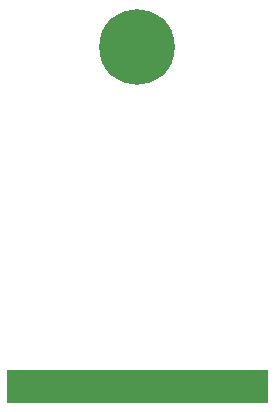
<source format=gbs>
%TF.GenerationSoftware,KiCad,Pcbnew,6.0.11-3.fc37*%
%TF.CreationDate,2023-03-29T00:48:19+01:00*%
%TF.ProjectId,nRF,6e52462e-6b69-4636-9164-5f7063625858,1*%
%TF.SameCoordinates,Original*%
%TF.FileFunction,Soldermask,Bot*%
%TF.FilePolarity,Negative*%
%FSLAX46Y46*%
G04 Gerber Fmt 4.6, Leading zero omitted, Abs format (unit mm)*
G04 Created by KiCad (PCBNEW 6.0.11-3.fc37) date 2023-03-29 00:48:19*
%MOMM*%
%LPD*%
G01*
G04 APERTURE LIST*
%ADD10C,0.100000*%
%ADD11C,0.800000*%
%ADD12C,6.400000*%
%ADD13R,0.350000X2.000000*%
G04 APERTURE END LIST*
%TO.C,M1*%
G36*
X45775000Y-49025000D02*
G01*
X23775000Y-49025000D01*
X23775000Y-46325000D01*
X45775000Y-46325000D01*
X45775000Y-49025000D01*
G37*
D10*
X45775000Y-49025000D02*
X23775000Y-49025000D01*
X23775000Y-46325000D01*
X45775000Y-46325000D01*
X45775000Y-49025000D01*
%TD*%
D11*
%TO.C,H1*%
X33077944Y-20722056D03*
X37175000Y-19025000D03*
X34775000Y-16625000D03*
X33077944Y-17327944D03*
X32375000Y-19025000D03*
X36472056Y-17327944D03*
D12*
X34775000Y-19025000D03*
D11*
X36472056Y-20722056D03*
X34775000Y-21425000D03*
%TD*%
D13*
%TO.C,M1*%
X43775000Y-47475000D03*
X43275000Y-47475000D03*
X42775000Y-47475000D03*
X42275000Y-47475000D03*
X41775000Y-47475000D03*
X41275000Y-47475000D03*
X40775000Y-47475000D03*
X40275000Y-47475000D03*
X39775000Y-47475000D03*
X39275000Y-47475000D03*
X38775000Y-47475000D03*
X36275000Y-47475000D03*
X35775000Y-47475000D03*
X35275000Y-47475000D03*
X34775000Y-47475000D03*
X34275000Y-47475000D03*
X33775000Y-47475000D03*
X33275000Y-47475000D03*
X32775000Y-47475000D03*
X32275000Y-47475000D03*
X31775000Y-47475000D03*
X31275000Y-47475000D03*
X30775000Y-47475000D03*
X30275000Y-47475000D03*
X29775000Y-47475000D03*
X29275000Y-47475000D03*
X28775000Y-47475000D03*
X28275000Y-47475000D03*
X27775000Y-47475000D03*
X27275000Y-47475000D03*
X26775000Y-47475000D03*
X26275000Y-47475000D03*
X25775000Y-47475000D03*
%TD*%
M02*

</source>
